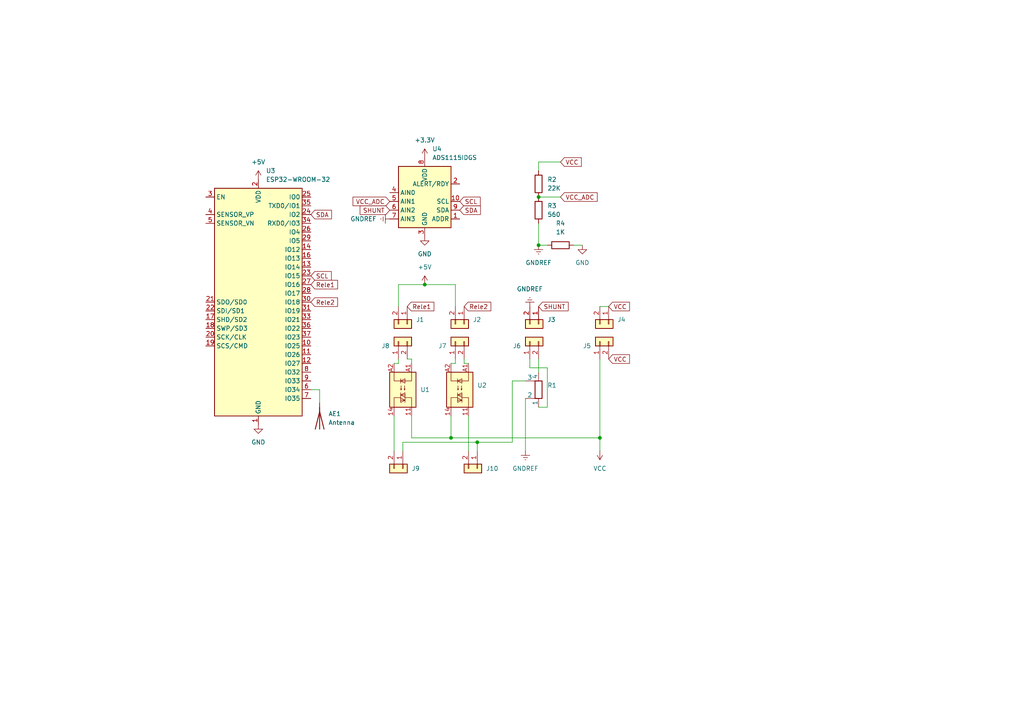
<source format=kicad_sch>
(kicad_sch (version 20230121) (generator eeschema)
  (paper "A4")
  (lib_symbols
    (symbol "Analog_ADC:ADS1115IDGS"
      (property "Reference" "U" (at 2.54 13.97 0))
      (property "Value" "ADS1115IDGS" (at 7.62 11.43 0))
      (symbol "ADS1115IDGS_0_1"
        (rectangle (start -7.62 10.16) (end 7.62 -7.62) (stroke (width 0.254)) (fill (type background)))
      )
      (symbol "ADS1115IDGS_1_1"
        (pin input line (at 10.16 -5.08 180) (length 2.54) (name "ADDR") (number "1"))
        (pin input line (at 10.16 0 180) (length 2.54) (name "SCL") (number "10"))
        (pin output line (at 10.16 5.08 180) (length 2.54) (name "ALERT/RDY") (number "2"))
        (pin power_in line (at 0 -10.16 90) (length 2.54) (name "GND") (number "3"))
        (pin input line (at -10.16 2.54 0) (length 2.54) (name "AIN0") (number "4"))
        (pin input line (at -10.16 0 0) (length 2.54) (name "AIN1") (number "5"))
        (pin input line (at -10.16 -2.54 0) (length 2.54) (name "AIN2") (number "6"))
        (pin input line (at -10.16 -5.08 0) (length 2.54) (name "AIN3") (number "7"))
        (pin power_in line (at 0 12.7 270) (length 2.54) (name "VDD") (number "8"))
        (pin bidirectional line (at 10.16 -2.54 180) (length 2.54) (name "SDA") (number "9"))
      )
    )
    (symbol "Connector_Generic:Conn_01x02" (pin_names (offset 1.016) hide)
      (property "Reference" "J" (at 0 2.54 0))
      (property "Value" "Conn_01x02" (at 0 -5.08 0))
      (symbol "Conn_01x02_1_1"
        (rectangle (start -1.27 -2.413) (end 0 -2.667) (stroke (width 0.1524)))
        (rectangle (start -1.27 0.127) (end 0 -0.127) (stroke (width 0.1524)))
        (rectangle (start -1.27 1.27) (end 1.27 -3.81) (stroke (width 0.254)) (fill (type background)))
        (pin passive line (at -5.08 0 0) (length 3.81) (name "Pin_1") (number "1"))
        (pin passive line (at -5.08 -2.54 0) (length 3.81) (name "Pin_2") (number "2"))
      )
    )
    (symbol "Device:Antenna" (pin_numbers hide) (pin_names (offset 1.016) hide)
      (property "Reference" "AE" (at -1.905 1.905 0))
      (property "Value" "Antenna" (at -1.905 0 0))
      (symbol "Antenna_0_1"
        (polyline (pts (xy 0 2.54) (xy 0 -3.81)) (stroke (width 0.254)))
        (polyline (pts (xy 1.27 2.54) (xy 0 -2.54) (xy -1.27 2.54)) (stroke (width 0.254)))
      )
      (symbol "Antenna_1_1"
        (pin input line (at 0 -5.08 90) (length 2.54) (name "A") (number "1"))
      )
    )
    (symbol "Device:R" (pin_numbers hide) (pin_names (offset 0))
      (property "Reference" "R" (at 2.032 0 90))
      (property "Value" "R" (at 0 0 90))
      (symbol "R_0_1"
        (rectangle (start -1.016 -2.54) (end 1.016 2.54) (stroke (width 0.254)))
      )
      (symbol "R_1_1"
        (pin passive line (at 0 3.81 270) (length 1.27) (name "~") (number "1"))
        (pin passive line (at 0 -3.81 90) (length 1.27) (name "~") (number "2"))
      )
    )
    (symbol "Device:R_Shunt" (pin_numbers hide) (pin_names (offset 0))
      (property "Reference" "R" (at -4.445 0 90))
      (property "Value" "R_Shunt" (at -2.54 0 90))
      (symbol "R_Shunt_0_1"
        (rectangle (start -1.016 -2.54) (end 1.016 2.54) (stroke (width 0.254)))
        (polyline (pts (xy 0 -2.54) (xy 1.27 -2.54)))
        (polyline (pts (xy 1.27 2.54) (xy 0 2.54)))
      )
      (symbol "R_Shunt_1_1"
        (pin passive line (at 0 5.08 270) (length 2.54) (name "1") (number "1"))
        (pin passive line (at 3.81 2.54 180) (length 2.54) (name "2") (number "2"))
        (pin passive line (at 3.81 -2.54 180) (length 2.54) (name "3") (number "3"))
        (pin passive line (at 0 -5.08 90) (length 2.54) (name "4") (number "4"))
      )
    )
    (symbol "RF_Module:ESP32-WROOM-32"
      (property "Reference" "U" (at -12.7 34.29 0))
      (property "Value" "ESP32-WROOM-32" (at 1.27 34.29 0))
      (symbol "ESP32-WROOM-32_0_1"
        (rectangle (start -12.7 33.02) (end 12.7 -33.02) (stroke (width 0.254)) (fill (type background)))
      )
      (symbol "ESP32-WROOM-32_1_1"
        (pin power_in line (at 0 -35.56 90) (length 2.54) (name "GND") (number "1"))
        (pin bidirectional line (at 15.24 -12.7 180) (length 2.54) (name "IO25") (number "10"))
        (pin bidirectional line (at 15.24 -15.24 180) (length 2.54) (name "IO26") (number "11"))
        (pin bidirectional line (at 15.24 -17.78 180) (length 2.54) (name "IO27") (number "12"))
        (pin bidirectional line (at 15.24 10.16 180) (length 2.54) (name "IO14") (number "13"))
        (pin bidirectional line (at 15.24 15.24 180) (length 2.54) (name "IO12") (number "14"))
        (pin passive line (at 0 -35.56 90) (length 2.54) hide (name "GND") (number "15"))
        (pin bidirectional line (at 15.24 12.7 180) (length 2.54) (name "IO13") (number "16"))
        (pin bidirectional line (at -15.24 -5.08 0) (length 2.54) (name "SHD/SD2") (number "17"))
        (pin bidirectional line (at -15.24 -7.62 0) (length 2.54) (name "SWP/SD3") (number "18"))
        (pin bidirectional line (at -15.24 -12.7 0) (length 2.54) (name "SCS/CMD") (number "19"))
        (pin power_in line (at 0 35.56 270) (length 2.54) (name "VDD") (number "2"))
        (pin bidirectional line (at -15.24 -10.16 0) (length 2.54) (name "SCK/CLK") (number "20"))
        (pin bidirectional line (at -15.24 0 0) (length 2.54) (name "SDO/SD0") (number "21"))
        (pin bidirectional line (at -15.24 -2.54 0) (length 2.54) (name "SDI/SD1") (number "22"))
        (pin bidirectional line (at 15.24 7.62 180) (length 2.54) (name "IO15") (number "23"))
        (pin bidirectional line (at 15.24 25.4 180) (length 2.54) (name "IO2") (number "24"))
        (pin bidirectional line (at 15.24 30.48 180) (length 2.54) (name "IO0") (number "25"))
        (pin bidirectional line (at 15.24 20.32 180) (length 2.54) (name "IO4") (number "26"))
        (pin bidirectional line (at 15.24 5.08 180) (length 2.54) (name "IO16") (number "27"))
        (pin bidirectional line (at 15.24 2.54 180) (length 2.54) (name "IO17") (number "28"))
        (pin bidirectional line (at 15.24 17.78 180) (length 2.54) (name "IO5") (number "29"))
        (pin input line (at -15.24 30.48 0) (length 2.54) (name "EN") (number "3"))
        (pin bidirectional line (at 15.24 0 180) (length 2.54) (name "IO18") (number "30"))
        (pin bidirectional line (at 15.24 -2.54 180) (length 2.54) (name "IO19") (number "31"))
        (pin no_connect line (at -12.7 -27.94 0) (length 2.54) hide (name "NC") (number "32"))
        (pin bidirectional line (at 15.24 -5.08 180) (length 2.54) (name "IO21") (number "33"))
        (pin bidirectional line (at 15.24 22.86 180) (length 2.54) (name "RXD0/IO3") (number "34"))
        (pin bidirectional line (at 15.24 27.94 180) (length 2.54) (name "TXD0/IO1") (number "35"))
        (pin bidirectional line (at 15.24 -7.62 180) (length 2.54) (name "IO22") (number "36"))
        (pin bidirectional line (at 15.24 -10.16 180) (length 2.54) (name "IO23") (number "37"))
        (pin passive line (at 0 -35.56 90) (length 2.54) hide (name "GND") (number "38"))
        (pin passive line (at 0 -35.56 90) (length 2.54) hide (name "GND") (number "39"))
        (pin input line (at -15.24 25.4 0) (length 2.54) (name "SENSOR_VP") (number "4"))
        (pin input line (at -15.24 22.86 0) (length 2.54) (name "SENSOR_VN") (number "5"))
        (pin input line (at 15.24 -25.4 180) (length 2.54) (name "IO34") (number "6"))
        (pin input line (at 15.24 -27.94 180) (length 2.54) (name "IO35") (number "7"))
        (pin bidirectional line (at 15.24 -20.32 180) (length 2.54) (name "IO32") (number "8"))
        (pin bidirectional line (at 15.24 -22.86 180) (length 2.54) (name "IO33") (number "9"))
      )
    )
    (symbol "Relay_SolidState:34.81-8240"
      (property "Reference" "U" (at -5.08 5.08 0))
      (property "Value" "34.81-8240" (at 0 5.08 0))
      (symbol "34.81-8240_0_1"
        (rectangle (start -5.08 3.81) (end 5.08 -3.81) (stroke (width 0.254)) (fill (type background)))
        (polyline (pts (xy -3.175 -0.635) (xy -1.905 -0.635)))
        (polyline (pts (xy 1.524 -0.635) (xy 1.524 0.635)))
        (polyline (pts (xy 3.048 0.635) (xy 3.048 -0.635)))
        (polyline (pts (xy 2.286 -0.635) (xy 2.286 -2.54) (xy 5.08 -2.54)))
        (polyline (pts (xy 2.286 0.635) (xy 2.286 2.54) (xy 5.08 2.54)))
        (polyline (pts (xy -5.08 2.54) (xy -2.54 2.54) (xy -2.54 -2.54) (xy -5.08 -2.54)))
        (polyline (pts (xy -2.54 -0.635) (xy -3.175 0.635) (xy -1.905 0.635) (xy -2.54 -0.635)))
        (polyline (pts (xy 0.889 -0.635) (xy 3.683 -0.635) (xy 3.048 0.635) (xy 2.413 -0.635)))
        (polyline (pts (xy 3.683 0.635) (xy 0.889 0.635) (xy 1.524 -0.635) (xy 2.159 0.635)))
        (polyline (pts (xy -1.143 -0.508) (xy 0.127 -0.508) (xy -0.254 -0.635) (xy -0.254 -0.381) (xy 0.127 -0.508)))
        (polyline (pts (xy -1.143 0.508) (xy 0.127 0.508) (xy -0.254 0.381) (xy -0.254 0.635) (xy 0.127 0.508)))
      )
      (symbol "34.81-8240_1_1"
        (pin passive line (at 7.62 2.54 180) (length 2.54) (name "~") (number "11"))
        (pin passive line (at 7.62 -2.54 180) (length 2.54) (name "~") (number "14"))
        (pin passive line (at -7.62 2.54 0) (length 2.54) (name "~") (number "A1"))
        (pin passive line (at -7.62 -2.54 0) (length 2.54) (name "~") (number "A2"))
      )
    )
    (symbol "power:+3.3V" (power) (pin_names (offset 0))
      (property "Value" "+3.3V" (at 0 3.556 0))
      (symbol "+3.3V_0_1"
        (polyline (pts (xy -0.762 1.27) (xy 0 2.54)))
        (polyline (pts (xy 0 0) (xy 0 2.54)))
        (polyline (pts (xy 0 2.54) (xy 0.762 1.27)))
      )
      (symbol "+3.3V_1_1"
        (pin power_in line (at 0 0 90) (length 0) hide (name "+3.3V") (number "1"))
      )
    )
    (symbol "power:+5V" (power) (pin_names (offset 0))
      (property "Value" "+5V" (at 0 3.556 0))
      (symbol "+5V_0_1"
        (polyline (pts (xy -0.762 1.27) (xy 0 2.54)))
        (polyline (pts (xy 0 0) (xy 0 2.54)))
        (polyline (pts (xy 0 2.54) (xy 0.762 1.27)))
      )
      (symbol "+5V_1_1"
        (pin power_in line (at 0 0 90) (length 0) hide (name "+5V") (number "1"))
      )
    )
    (symbol "power:GND" (power) (pin_names (offset 0))
      (property "Value" "GND" (at 0 -3.81 0))
      (symbol "GND_0_1"
        (polyline (pts (xy 0 0) (xy 0 -1.27) (xy 1.27 -1.27) (xy 0 -2.54) (xy -1.27 -1.27) (xy 0 -1.27)))
      )
      (symbol "GND_1_1"
        (pin power_in line (at 0 0 270) (length 0) hide (name "GND") (number "1"))
      )
    )
    (symbol "power:GNDREF" (power) (pin_names (offset 0))
      (property "Value" "GNDREF" (at 0 -3.81 0))
      (symbol "GNDREF_0_1"
        (polyline (pts (xy -0.635 -1.905) (xy 0.635 -1.905)))
        (polyline (pts (xy -0.127 -2.54) (xy 0.127 -2.54)))
        (polyline (pts (xy 0 -1.27) (xy 0 0)))
        (polyline (pts (xy 1.27 -1.27) (xy -1.27 -1.27)))
      )
      (symbol "GNDREF_1_1"
        (pin power_in line (at 0 0 270) (length 0) hide (name "GNDREF") (number "1"))
      )
    )
    (symbol "power:VCC" (power) (pin_names (offset 0))
      (property "Value" "VCC" (at 0 3.81 0))
      (symbol "VCC_0_1"
        (polyline (pts (xy -0.762 1.27) (xy 0 2.54)))
        (polyline (pts (xy 0 0) (xy 0 2.54)))
        (polyline (pts (xy 0 2.54) (xy 0.762 1.27)))
      )
      (symbol "VCC_1_1"
        (pin power_in line (at 0 0 90) (length 0) hide (name "VCC") (number "1"))
      )
    )
  )
  (junction (at 138.43 128.27))
  (junction (at 156.21 71.12))
  (junction (at 130.81 127))
  (junction (at 173.99 127))
  (junction (at 123.19 82.55))
  (junction (at 156.21 57.15))
  (wire (pts (xy 148.59 128.27) (xy 148.59 110.49)))
  (wire (pts (xy 130.81 127) (xy 173.99 127)))
  (wire (pts (xy 173.99 127) (xy 173.99 104.14)))
  (wire (pts (xy 173.99 127) (xy 173.99 130.81)))
  (wire (pts (xy 156.21 104.14) (xy 156.21 107.95)))
  (wire (pts (xy 135.89 120.65) (xy 135.89 130.81)))
  (wire (pts (xy 90.17 113.03) (xy 92.71 113.03)))
  (wire (pts (xy 158.75 71.12) (xy 156.21 71.12)))
  (wire (pts (xy 132.08 105.41) (xy 132.08 104.14)))
  (wire (pts (xy 118.11 104.14) (xy 119.38 104.14)))
  (wire (pts (xy 158.75 106.68) (xy 158.75 118.11)))
  (wire (pts (xy 162.56 46.99) (xy 156.21 46.99)))
  (wire (pts (xy 114.3 120.65) (xy 114.3 130.81)))
  (wire (pts (xy 123.19 82.55) (xy 132.08 82.55)))
  (wire (pts (xy 148.59 110.49) (xy 152.4 110.49)))
  (wire (pts (xy 153.67 104.14) (xy 153.67 106.68)))
  (wire (pts (xy 138.43 128.27) (xy 148.59 128.27)))
  (wire (pts (xy 156.21 118.11) (xy 158.75 118.11)))
  (wire (pts (xy 153.67 106.68) (xy 158.75 106.68)))
  (wire (pts (xy 132.08 82.55) (xy 132.08 88.9)))
  (wire (pts (xy 156.21 46.99) (xy 156.21 49.53)))
  (wire (pts (xy 130.81 127) (xy 130.81 120.65)))
  (wire (pts (xy 156.21 57.15) (xy 162.56 57.15)))
  (wire (pts (xy 152.4 115.57) (xy 152.4 130.81)))
  (wire (pts (xy 115.57 105.41) (xy 115.57 104.14)))
  (wire (pts (xy 119.38 127) (xy 130.81 127)))
  (wire (pts (xy 138.43 128.27) (xy 138.43 130.81)))
  (wire (pts (xy 115.57 82.55) (xy 123.19 82.55)))
  (wire (pts (xy 92.71 113.03) (xy 92.71 116.84)))
  (wire (pts (xy 168.91 71.12) (xy 166.37 71.12)))
  (wire (pts (xy 173.99 88.9) (xy 176.53 88.9)))
  (wire (pts (xy 135.89 105.41) (xy 134.62 105.41)))
  (wire (pts (xy 130.81 105.41) (xy 132.08 105.41)))
  (wire (pts (xy 119.38 120.65) (xy 119.38 127)))
  (wire (pts (xy 116.84 128.27) (xy 138.43 128.27)))
  (wire (pts (xy 116.84 130.81) (xy 116.84 128.27)))
  (wire (pts (xy 134.62 105.41) (xy 134.62 104.14)))
  (wire (pts (xy 115.57 88.9) (xy 115.57 82.55)))
  (wire (pts (xy 114.3 105.41) (xy 115.57 105.41)))
  (wire (pts (xy 119.38 104.14) (xy 119.38 105.41)))
  (wire (pts (xy 156.21 71.12) (xy 156.21 64.77)))
  (global_label "SDA" (shape input) (at 90.17 62.23 0) (property "Intersheetrefs" "${INTERSHEET_REFS}" (effects hide)))
  (global_label "Rele1" (shape input) (at 118.11 88.9 0) (property "Intersheetrefs" "${INTERSHEET_REFS}" (effects hide)))
  (global_label "SCL" (shape input) (at 133.35 58.42 0) (property "Intersheetrefs" "${INTERSHEET_REFS}" (effects hide)))
  (global_label "VCC" (shape input) (at 176.53 104.14 0) (property "Intersheetrefs" "${INTERSHEET_REFS}" (effects hide)))
  (global_label "SDA" (shape input) (at 133.35 60.96 0) (property "Intersheetrefs" "${INTERSHEET_REFS}" (effects hide)))
  (global_label "SCL" (shape input) (at 90.17 80.01 0) (property "Intersheetrefs" "${INTERSHEET_REFS}" (effects hide)))
  (global_label "VCC" (shape input) (at 176.53 88.9 0) (property "Intersheetrefs" "${INTERSHEET_REFS}" (effects hide)))
  (global_label "Rele1" (shape input) (at 90.17 82.55 0) (property "Intersheetrefs" "${INTERSHEET_REFS}" (effects hide)))
  (global_label "Rele2" (shape input) (at 90.17 87.63 0) (property "Intersheetrefs" "${INTERSHEET_REFS}" (effects hide)))
  (global_label "SHUNT" (shape input) (at 113.03 60.96 180) (property "Intersheetrefs" "${INTERSHEET_REFS}" (effects hide)))
  (global_label "VCC" (shape input) (at 162.56 46.99 0) (property "Intersheetrefs" "${INTERSHEET_REFS}" (effects hide)))
  (global_label "VCC_ADC" (shape input) (at 162.56 57.15 0) (property "Intersheetrefs" "${INTERSHEET_REFS}" (effects hide)))
  (global_label "SHUNT" (shape input) (at 156.21 88.9 0) (property "Intersheetrefs" "${INTERSHEET_REFS}" (effects hide)))
  (global_label "VCC_ADC" (shape input) (at 113.03 58.42 180) (property "Intersheetrefs" "${INTERSHEET_REFS}" (effects hide)))
  (global_label "Rele2" (shape input) (at 134.62 88.9 0) (property "Intersheetrefs" "${INTERSHEET_REFS}" (effects hide)))
  (symbol (lib_id "Device:R") (at 156.21 53.34 0) (unit 1)
    (property "Reference" "R2" (at 158.75 52.07 0) (effects (justify left)))
    (property "Value" "22K" (at 158.75 54.61 0) (effects (justify left)))
  )
  (symbol (lib_id "power:+5V") (at 74.93 52.07 0) (unit 1)
    (property "Reference" "#PWR010" (effects hide))
    (property "Value" "+5V" (at 74.93 46.99 0))
  )
  (symbol (lib_id "power:+3.3V") (at 123.19 45.72 0) (unit 1)
    (property "Reference" "#PWR09" (effects hide))
    (property "Value" "+3.3V" (at 123.19 40.64 0))
  )
  (symbol (lib_id "power:GNDREF") (at 156.21 71.12 0) (unit 1)
    (property "Reference" "#PWR02" (effects hide))
    (property "Value" "GNDREF" (at 156.21 76.2 0))
  )
  (symbol (lib_id "power:GND") (at 123.19 68.58 0) (unit 1)
    (property "Reference" "#PWR04" (effects hide))
    (property "Value" "GND" (at 123.19 73.66 0))
  )
  (symbol (lib_id "Connector_Generic:Conn_01x02") (at 153.67 99.06 90) (unit 1)
    (property "Reference" "J6" (at 151.13 100.33 90) (effects (justify left)))
    (property "Value" "Conn_01x02" (effects hide))
  )
  (symbol (lib_id "Connector_Generic:Conn_01x02") (at 156.21 93.98 270) (unit 1)
    (property "Reference" "J3" (at 158.75 92.71 90) (effects (justify left)))
    (property "Value" "Conn_01x02" (effects hide))
  )
  (symbol (lib_id "Connector_Generic:Conn_01x02") (at 173.99 99.06 90) (unit 1)
    (property "Reference" "J5" (at 171.45 100.33 90) (effects (justify left)))
    (property "Value" "Conn_01x02" (effects hide))
  )
  (symbol (lib_id "power:GNDREF") (at 113.03 63.5 270) (unit 1)
    (property "Reference" "#PWR08" (effects hide))
    (property "Value" "GNDREF" (at 109.22 63.5 90) (effects (justify right)))
  )
  (symbol (lib_id "Connector_Generic:Conn_01x02") (at 115.57 99.06 90) (unit 1)
    (property "Reference" "J8" (at 113.03 100.33 90) (effects (justify left)))
    (property "Value" "Conn_01x02" (effects hide))
  )
  (symbol (lib_id "Connector_Generic:Conn_01x02") (at 118.11 93.98 270) (unit 1)
    (property "Reference" "J1" (at 120.65 92.71 90) (effects (justify left)))
    (property "Value" "Conn_01x02" (effects hide))
  )
  (symbol (lib_id "power:+5V") (at 123.19 82.55 0) (unit 1)
    (property "Reference" "#PWR06" (effects hide))
    (property "Value" "+5V" (at 123.19 77.47 0))
  )
  (symbol (lib_id "Connector_Generic:Conn_01x02") (at 176.53 93.98 270) (unit 1)
    (property "Reference" "J4" (at 179.07 92.71 90) (effects (justify left)))
    (property "Value" "Conn_01x02" (effects hide))
  )
  (symbol (lib_id "Connector_Generic:Conn_01x02") (at 132.08 99.06 90) (unit 1)
    (property "Reference" "J7" (at 129.54 100.33 90) (effects (justify left)))
    (property "Value" "Conn_01x02" (effects hide))
  )
  (symbol (lib_id "Device:R_Shunt") (at 156.21 113.03 180) (unit 1)
    (property "Reference" "R1" (at 158.75 111.76 0) (effects (justify right)))
    (property "Value" "R_Shunt" (effects hide))
  )
  (symbol (lib_id "Connector_Generic:Conn_01x02") (at 134.62 93.98 270) (unit 1)
    (property "Reference" "J2" (at 137.16 92.71 90) (effects (justify left)))
    (property "Value" "Conn_01x02" (effects hide))
  )
  (symbol (lib_id "power:GND") (at 168.91 71.12 0) (unit 1)
    (property "Reference" "#PWR011" (effects hide))
    (property "Value" "GND" (at 168.91 76.2 0))
  )
  (symbol (lib_id "RF_Module:ESP32-WROOM-32") (at 74.93 87.63 0) (unit 1)
    (property "Reference" "U3" (at 77.1241 49.53 0) (effects (justify left)))
    (property "Value" "ESP32-WROOM-32" (at 77.1241 52.07 0) (effects (justify left)))
    (property "Footprint" "RF_Module:ESP32-WROOM-32" (effects hide))
    (property "Datasheet" "https://www.espressif.com/sites/default/files/documentation/esp32-wroom-32_datasheet_en.pdf" (effects hide))
  )
  (symbol (lib_id "power:GNDREF") (at 153.67 88.9 180) (unit 1)
    (property "Reference" "#PWR03" (effects hide))
    (property "Value" "GNDREF" (at 153.67 83.82 0))
  )
  (symbol (lib_id "Device:Antenna") (at 92.71 121.92 180) (unit 1)
    (property "Reference" "AE1" (at 95.25 120.015 0) (effects (justify right)))
    (property "Value" "Antenna" (at 95.25 122.555 0) (effects (justify right)))
  )
  (symbol (lib_id "Connector_Generic:Conn_01x02") (at 138.43 135.89 270) (unit 1)
    (property "Reference" "J10" (at 140.97 135.89 90) (effects (justify left)))
    (property "Value" "Conn_01x02" (effects hide))
  )
  (symbol (lib_id "Analog_ADC:ADS1115IDGS") (at 123.19 58.42 0) (unit 1)
    (property "Reference" "U4" (at 125.3841 43.18 0) (effects (justify left)))
    (property "Value" "ADS1115IDGS" (at 125.3841 45.72 0) (effects (justify left)))
    (property "Footprint" "Package_SO:TSSOP-10_3x3mm_P0.5mm" (effects hide))
    (property "Datasheet" "http://www.ti.com/lit/ds/symlink/ads1113.pdf" (effects hide))
  )
  (symbol (lib_id "Device:R") (at 156.21 60.96 0) (unit 1)
    (property "Reference" "R3" (at 158.75 59.69 0) (effects (justify left)))
    (property "Value" "560" (at 158.75 62.23 0) (effects (justify left)))
  )
  (symbol (lib_id "Device:R") (at 162.56 71.12 90) (unit 1)
    (property "Reference" "R4" (at 162.56 64.77 90))
    (property "Value" "1K" (at 162.56 67.31 90))
  )
  (symbol (lib_id "power:GNDREF") (at 152.4 130.81 0) (unit 1)
    (property "Reference" "#PWR07" (effects hide))
    (property "Value" "GNDREF" (at 152.4 135.89 0))
  )
  (symbol (lib_id "Relay_SolidState:34.81-8240") (at 116.84 113.03 270) (unit 1)
    (property "Reference" "U1" (at 121.92 113.03 90) (effects (justify left)))
    (property "Value" "34.81-8240" (effects hide))
    (property "Footprint" "OptoDevice:Finder_34.81" (effects hide))
    (property "Datasheet" "https://gfinder.findernet.com/public/attachments/34/EN/S34USAEN.pdf" (effects hide))
  )
  (symbol (lib_id "power:GND") (at 74.93 123.19 0) (unit 1)
    (property "Reference" "#PWR05" (effects hide))
    (property "Value" "GND" (at 74.93 128.27 0))
  )
  (symbol (lib_id "Relay_SolidState:34.81-8240") (at 133.35 113.03 270) (unit 1)
    (property "Reference" "U2" (at 138.43 111.76 90) (effects (justify left)))
    (property "Value" "34.81-8240" (effects hide))
    (property "Footprint" "OptoDevice:Finder_34.81" (effects hide))
    (property "Datasheet" "https://gfinder.findernet.com/public/attachments/34/EN/S34USAEN.pdf" (effects hide))
  )
  (symbol (lib_id "Connector_Generic:Conn_01x02") (at 116.84 135.89 270) (unit 1)
    (property "Reference" "J9" (at 119.38 135.89 90) (effects (justify left)))
    (property "Value" "Conn_01x02" (effects hide))
  )
  (symbol (lib_id "power:VCC") (at 173.99 130.81 180) (unit 1)
    (property "Reference" "#PWR01" (effects hide))
    (property "Value" "VCC" (at 173.99 135.89 0))
  )
)
</source>
